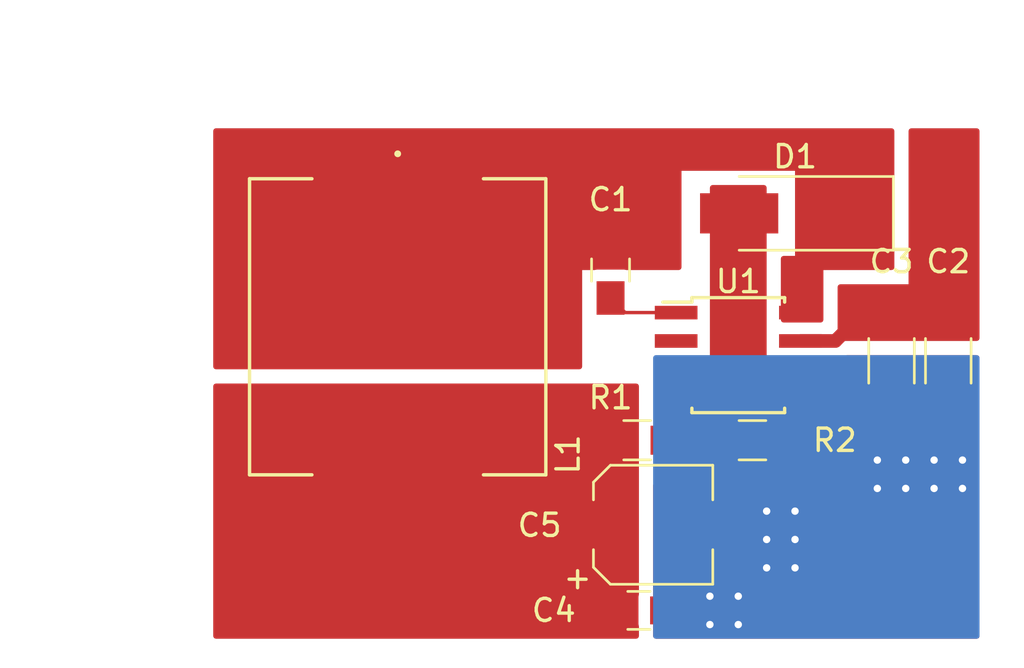
<source format=kicad_pcb>
(kicad_pcb (version 4) (host pcbnew 4.0.3-stable)

  (general
    (links 39)
    (no_connects 0)
    (area 133.35 83.025 192 121.920001)
    (thickness 1.6)
    (drawings 2)
    (tracks 10)
    (zones 0)
    (modules 28)
    (nets 10)
  )

  (page A4)
  (layers
    (0 F.Cu signal)
    (31 B.Cu signal)
    (32 B.Adhes user)
    (33 F.Adhes user)
    (34 B.Paste user)
    (35 F.Paste user)
    (36 B.SilkS user)
    (37 F.SilkS user)
    (38 B.Mask user)
    (39 F.Mask user)
    (40 Dwgs.User user)
    (41 Cmts.User user)
    (42 Eco1.User user)
    (43 Eco2.User user)
    (44 Edge.Cuts user)
    (45 Margin user)
    (46 B.CrtYd user)
    (47 F.CrtYd user)
    (48 B.Fab user)
    (49 F.Fab user)
  )

  (setup
    (last_trace_width 0.1524)
    (trace_clearance 0.1524)
    (zone_clearance 0.508)
    (zone_45_only no)
    (trace_min 0.1524)
    (segment_width 0.2)
    (edge_width 0.15)
    (via_size 0.6858)
    (via_drill 0.3302)
    (via_min_size 0.6858)
    (via_min_drill 0.3302)
    (uvia_size 0.762)
    (uvia_drill 0.508)
    (uvias_allowed no)
    (uvia_min_size 0)
    (uvia_min_drill 0)
    (pcb_text_width 0.3)
    (pcb_text_size 1.5 1.5)
    (mod_edge_width 0.15)
    (mod_text_size 1 1)
    (mod_text_width 0.15)
    (pad_size 3.9878 7.0104)
    (pad_drill 0)
    (pad_to_mask_clearance 0.2)
    (aux_axis_origin 0 0)
    (visible_elements 7FFFFFFF)
    (pcbplotparams
      (layerselection 0x00030_80000001)
      (usegerberextensions false)
      (excludeedgelayer true)
      (linewidth 0.100000)
      (plotframeref false)
      (viasonmask false)
      (mode 1)
      (useauxorigin false)
      (hpglpennumber 1)
      (hpglpenspeed 20)
      (hpglpendiameter 15)
      (hpglpenoverlay 2)
      (psnegative false)
      (psa4output false)
      (plotreference true)
      (plotvalue true)
      (plotinvisibletext false)
      (padsonsilk false)
      (subtractmaskfromsilk false)
      (outputformat 1)
      (mirror false)
      (drillshape 1)
      (scaleselection 1)
      (outputdirectory ""))
  )

  (net 0 "")
  (net 1 "Net-(C1-Pad1)")
  (net 2 +BATT)
  (net 3 GND)
  (net 4 +5V)
  (net 5 "Net-(R1-Pad2)")
  (net 6 "Net-(U1-Pad2)")
  (net 7 "Net-(U1-Pad3)")
  (net 8 "Net-(U1-Pad5)")
  (net 9 /PH)

  (net_class Default "This is the default net class."
    (clearance 0.1524)
    (trace_width 0.1524)
    (via_dia 0.6858)
    (via_drill 0.3302)
    (uvia_dia 0.762)
    (uvia_drill 0.508)
    (add_net /PH)
    (add_net "Net-(C1-Pad1)")
    (add_net "Net-(R1-Pad2)")
    (add_net "Net-(U1-Pad2)")
    (add_net "Net-(U1-Pad3)")
    (add_net "Net-(U1-Pad5)")
  )

  (net_class PWR ""
    (clearance 0.1524)
    (trace_width 0.6096)
    (via_dia 0.6858)
    (via_drill 0.3302)
    (uvia_dia 0.762)
    (uvia_drill 0.508)
    (add_net +5V)
    (add_net +BATT)
    (add_net GND)
  )

  (module footprints:SRR1208-220ML (layer F.Cu) (tedit 59BD93F2) (tstamp 59BCAA79)
    (at 143.51 97.79 270)
    (path /59BCA171)
    (fp_text reference L1 (at 5.715 -7.62 270) (layer F.SilkS)
      (effects (font (size 1 1) (thickness 0.15)))
    )
    (fp_text value 22uH (at 0 0 270) (layer F.SilkS) hide
      (effects (font (size 1 1) (thickness 0.15)))
    )
    (fp_text user "Copyright 2016 Accelerated Designs. All rights reserved." (at 0 0 270) (layer Cmts.User) hide
      (effects (font (size 0.127 0.127) (thickness 0.002)))
    )
    (fp_line (start -6.6294 6.6294) (end 6.6294 6.6294) (layer F.SilkS) (width 0.1524))
    (fp_line (start 6.6294 6.6294) (end 6.6294 3.83794) (layer F.SilkS) (width 0.1524))
    (fp_line (start 6.6294 -6.6294) (end -6.6294 -6.6294) (layer F.SilkS) (width 0.1524))
    (fp_line (start -6.6294 -6.6294) (end -6.6294 -3.83794) (layer F.SilkS) (width 0.1524))
    (fp_line (start -6.5024 6.5024) (end 6.5024 6.5024) (layer Dwgs.User) (width 0.1524))
    (fp_line (start 6.5024 6.5024) (end 6.5024 -6.5024) (layer Dwgs.User) (width 0.1524))
    (fp_line (start 6.5024 -6.5024) (end -6.5024 -6.5024) (layer Dwgs.User) (width 0.1524))
    (fp_line (start -6.5024 -6.5024) (end -6.5024 6.5024) (layer Dwgs.User) (width 0.1524))
    (fp_line (start -6.6294 3.83794) (end -6.6294 6.6294) (layer F.SilkS) (width 0.1524))
    (fp_line (start 6.6294 -3.83794) (end 6.6294 -6.6294) (layer F.SilkS) (width 0.1524))
    (fp_circle (center -6.4262 0) (end -6.35 0) (layer Dwgs.User) (width 0.1524))
    (fp_circle (center -7.747 0) (end -7.6708 0) (layer F.SilkS) (width 0.1524))
    (pad 1 smd rect (at -4.9911 0 270) (size 3.9878 7.0104) (layers F.Cu F.Paste F.Mask)
      (net 9 /PH) (zone_connect 2))
    (pad 2 smd rect (at 4.9911 0 270) (size 3.9878 7.0104) (layers F.Cu F.Paste F.Mask)
      (net 4 +5V) (zone_connect 2))
  )

  (module Capacitors_SMD:C_0805_HandSoldering (layer F.Cu) (tedit 59BCBAFA) (tstamp 59BCAA49)
    (at 153.035 95.25 90)
    (descr "Capacitor SMD 0805, hand soldering")
    (tags "capacitor 0805")
    (path /59BCA3E0)
    (attr smd)
    (fp_text reference C1 (at 3.155 0 180) (layer F.SilkS)
      (effects (font (size 1 1) (thickness 0.15)))
    )
    (fp_text value 10nF (at 1.25 1.75 90) (layer F.Fab)
      (effects (font (size 1 1) (thickness 0.15)))
    )
    (fp_text user %R (at 0 -1.75 90) (layer F.Fab)
      (effects (font (size 1 1) (thickness 0.15)))
    )
    (fp_line (start -1 0.62) (end -1 -0.62) (layer F.Fab) (width 0.1))
    (fp_line (start 1 0.62) (end -1 0.62) (layer F.Fab) (width 0.1))
    (fp_line (start 1 -0.62) (end 1 0.62) (layer F.Fab) (width 0.1))
    (fp_line (start -1 -0.62) (end 1 -0.62) (layer F.Fab) (width 0.1))
    (fp_line (start 0.5 -0.85) (end -0.5 -0.85) (layer F.SilkS) (width 0.12))
    (fp_line (start -0.5 0.85) (end 0.5 0.85) (layer F.SilkS) (width 0.12))
    (fp_line (start -2.25 -0.88) (end 2.25 -0.88) (layer F.CrtYd) (width 0.05))
    (fp_line (start -2.25 -0.88) (end -2.25 0.87) (layer F.CrtYd) (width 0.05))
    (fp_line (start 2.25 0.87) (end 2.25 -0.88) (layer F.CrtYd) (width 0.05))
    (fp_line (start 2.25 0.87) (end -2.25 0.87) (layer F.CrtYd) (width 0.05))
    (pad 1 smd rect (at -1.25 0 90) (size 1.5 1.25) (layers F.Cu F.Paste F.Mask)
      (net 1 "Net-(C1-Pad1)"))
    (pad 2 smd rect (at 1.25 0 90) (size 1.5 1.25) (layers F.Cu F.Paste F.Mask)
      (net 9 /PH) (zone_connect 2))
    (model Capacitors_SMD.3dshapes/C_0805.wrl
      (at (xyz 0 0 0))
      (scale (xyz 1 1 1))
      (rotate (xyz 0 0 0))
    )
  )

  (module Capacitors_SMD:C_1206_HandSoldering (layer F.Cu) (tedit 59BCB9B6) (tstamp 59BCAA4F)
    (at 168.148 99.314 270)
    (descr "Capacitor SMD 1206, hand soldering")
    (tags "capacitor 1206")
    (path /59BCA35D)
    (attr smd)
    (fp_text reference C2 (at -4.445 0 360) (layer F.SilkS)
      (effects (font (size 1 1) (thickness 0.15)))
    )
    (fp_text value 4.7uF (at 0 -2.54 270) (layer F.Fab)
      (effects (font (size 1 1) (thickness 0.15)))
    )
    (fp_text user %R (at 0 -1.75 270) (layer F.Fab) hide
      (effects (font (size 1 1) (thickness 0.15)))
    )
    (fp_line (start -1.6 0.8) (end -1.6 -0.8) (layer F.Fab) (width 0.1))
    (fp_line (start 1.6 0.8) (end -1.6 0.8) (layer F.Fab) (width 0.1))
    (fp_line (start 1.6 -0.8) (end 1.6 0.8) (layer F.Fab) (width 0.1))
    (fp_line (start -1.6 -0.8) (end 1.6 -0.8) (layer F.Fab) (width 0.1))
    (fp_line (start 1 -1.02) (end -1 -1.02) (layer F.SilkS) (width 0.12))
    (fp_line (start -1 1.02) (end 1 1.02) (layer F.SilkS) (width 0.12))
    (fp_line (start -3.25 -1.05) (end 3.25 -1.05) (layer F.CrtYd) (width 0.05))
    (fp_line (start -3.25 -1.05) (end -3.25 1.05) (layer F.CrtYd) (width 0.05))
    (fp_line (start 3.25 1.05) (end 3.25 -1.05) (layer F.CrtYd) (width 0.05))
    (fp_line (start 3.25 1.05) (end -3.25 1.05) (layer F.CrtYd) (width 0.05))
    (pad 1 smd rect (at -2 0 270) (size 2 1.6) (layers F.Cu F.Paste F.Mask)
      (net 2 +BATT) (zone_connect 2))
    (pad 2 smd rect (at 2 0 270) (size 2 1.6) (layers F.Cu F.Paste F.Mask)
      (net 3 GND) (zone_connect 2))
    (model Capacitors_SMD.3dshapes/C_1206.wrl
      (at (xyz 0 0 0))
      (scale (xyz 1 1 1))
      (rotate (xyz 0 0 0))
    )
  )

  (module Capacitors_SMD:C_1206_HandSoldering (layer F.Cu) (tedit 59BCB9B1) (tstamp 59BCAA55)
    (at 165.608 99.314 270)
    (descr "Capacitor SMD 1206, hand soldering")
    (tags "capacitor 1206")
    (path /59BCA32F)
    (attr smd)
    (fp_text reference C3 (at -4.445 0 360) (layer F.SilkS)
      (effects (font (size 1 1) (thickness 0.15)))
    )
    (fp_text value 4.7uF (at 0 2 270) (layer F.Fab)
      (effects (font (size 1 1) (thickness 0.15)))
    )
    (fp_text user %R (at 0 -1.75 270) (layer F.Fab) hide
      (effects (font (size 1 1) (thickness 0.15)))
    )
    (fp_line (start -1.6 0.8) (end -1.6 -0.8) (layer F.Fab) (width 0.1))
    (fp_line (start 1.6 0.8) (end -1.6 0.8) (layer F.Fab) (width 0.1))
    (fp_line (start 1.6 -0.8) (end 1.6 0.8) (layer F.Fab) (width 0.1))
    (fp_line (start -1.6 -0.8) (end 1.6 -0.8) (layer F.Fab) (width 0.1))
    (fp_line (start 1 -1.02) (end -1 -1.02) (layer F.SilkS) (width 0.12))
    (fp_line (start -1 1.02) (end 1 1.02) (layer F.SilkS) (width 0.12))
    (fp_line (start -3.25 -1.05) (end 3.25 -1.05) (layer F.CrtYd) (width 0.05))
    (fp_line (start -3.25 -1.05) (end -3.25 1.05) (layer F.CrtYd) (width 0.05))
    (fp_line (start 3.25 1.05) (end 3.25 -1.05) (layer F.CrtYd) (width 0.05))
    (fp_line (start 3.25 1.05) (end -3.25 1.05) (layer F.CrtYd) (width 0.05))
    (pad 1 smd rect (at -2 0 270) (size 2 1.6) (layers F.Cu F.Paste F.Mask)
      (net 2 +BATT) (zone_connect 2))
    (pad 2 smd rect (at 2 0 270) (size 2 1.6) (layers F.Cu F.Paste F.Mask)
      (net 3 GND) (zone_connect 2))
    (model Capacitors_SMD.3dshapes/C_1206.wrl
      (at (xyz 0 0 0))
      (scale (xyz 1 1 1))
      (rotate (xyz 0 0 0))
    )
  )

  (module Capacitors_SMD:C_0805_HandSoldering (layer F.Cu) (tedit 59BCBAC0) (tstamp 59BCAA5B)
    (at 154.305 110.49)
    (descr "Capacitor SMD 0805, hand soldering")
    (tags "capacitor 0805")
    (path /59BCA2E3)
    (attr smd)
    (fp_text reference C4 (at -3.81 0) (layer F.SilkS)
      (effects (font (size 1 1) (thickness 0.15)))
    )
    (fp_text value 100nF (at 0 1.75) (layer F.Fab)
      (effects (font (size 1 1) (thickness 0.15)))
    )
    (fp_text user %R (at 0 -1.75) (layer F.Fab) hide
      (effects (font (size 1 1) (thickness 0.15)))
    )
    (fp_line (start -1 0.62) (end -1 -0.62) (layer F.Fab) (width 0.1))
    (fp_line (start 1 0.62) (end -1 0.62) (layer F.Fab) (width 0.1))
    (fp_line (start 1 -0.62) (end 1 0.62) (layer F.Fab) (width 0.1))
    (fp_line (start -1 -0.62) (end 1 -0.62) (layer F.Fab) (width 0.1))
    (fp_line (start 0.5 -0.85) (end -0.5 -0.85) (layer F.SilkS) (width 0.12))
    (fp_line (start -0.5 0.85) (end 0.5 0.85) (layer F.SilkS) (width 0.12))
    (fp_line (start -2.25 -0.88) (end 2.25 -0.88) (layer F.CrtYd) (width 0.05))
    (fp_line (start -2.25 -0.88) (end -2.25 0.87) (layer F.CrtYd) (width 0.05))
    (fp_line (start 2.25 0.87) (end 2.25 -0.88) (layer F.CrtYd) (width 0.05))
    (fp_line (start 2.25 0.87) (end -2.25 0.87) (layer F.CrtYd) (width 0.05))
    (pad 1 smd rect (at -1.25 0) (size 1.5 1.25) (layers F.Cu F.Paste F.Mask)
      (net 4 +5V) (zone_connect 2))
    (pad 2 smd rect (at 1.25 0) (size 1.5 1.25) (layers F.Cu F.Paste F.Mask)
      (net 3 GND) (zone_connect 2))
    (model Capacitors_SMD.3dshapes/C_0805.wrl
      (at (xyz 0 0 0))
      (scale (xyz 1 1 1))
      (rotate (xyz 0 0 0))
    )
  )

  (module Capacitors_SMD:CP_Elec_5x5.3 (layer F.Cu) (tedit 59BCBAD8) (tstamp 59BCAA61)
    (at 154.94 106.68)
    (descr "SMT capacitor, aluminium electrolytic, 5x5.3")
    (path /59BCA249)
    (attr smd)
    (fp_text reference C5 (at -5.08 0) (layer F.SilkS)
      (effects (font (size 1 1) (thickness 0.15)))
    )
    (fp_text value 220uF (at 0 -3.92) (layer F.Fab)
      (effects (font (size 1 1) (thickness 0.15)))
    )
    (fp_circle (center 0 0) (end 0.3 2.4) (layer F.Fab) (width 0.1))
    (fp_text user + (at -1.37 -0.08) (layer F.Fab)
      (effects (font (size 1 1) (thickness 0.15)))
    )
    (fp_text user + (at -3.38 2.34) (layer F.SilkS)
      (effects (font (size 1 1) (thickness 0.15)))
    )
    (fp_text user %R (at 0 3.92) (layer F.Fab) hide
      (effects (font (size 1 1) (thickness 0.15)))
    )
    (fp_line (start 2.51 2.49) (end 2.51 -2.54) (layer F.Fab) (width 0.1))
    (fp_line (start -1.84 2.49) (end 2.51 2.49) (layer F.Fab) (width 0.1))
    (fp_line (start -2.51 1.82) (end -1.84 2.49) (layer F.Fab) (width 0.1))
    (fp_line (start -2.51 -1.87) (end -2.51 1.82) (layer F.Fab) (width 0.1))
    (fp_line (start -1.84 -2.54) (end -2.51 -1.87) (layer F.Fab) (width 0.1))
    (fp_line (start 2.51 -2.54) (end -1.84 -2.54) (layer F.Fab) (width 0.1))
    (fp_line (start 2.67 -2.69) (end 2.67 -1.14) (layer F.SilkS) (width 0.12))
    (fp_line (start 2.67 2.64) (end 2.67 1.09) (layer F.SilkS) (width 0.12))
    (fp_line (start -2.67 1.88) (end -2.67 1.09) (layer F.SilkS) (width 0.12))
    (fp_line (start -2.67 -1.93) (end -2.67 -1.14) (layer F.SilkS) (width 0.12))
    (fp_line (start 2.67 -2.69) (end -1.91 -2.69) (layer F.SilkS) (width 0.12))
    (fp_line (start -1.91 -2.69) (end -2.67 -1.93) (layer F.SilkS) (width 0.12))
    (fp_line (start -2.67 1.88) (end -1.91 2.64) (layer F.SilkS) (width 0.12))
    (fp_line (start -1.91 2.64) (end 2.67 2.64) (layer F.SilkS) (width 0.12))
    (fp_line (start -3.95 -2.79) (end 3.95 -2.79) (layer F.CrtYd) (width 0.05))
    (fp_line (start -3.95 -2.79) (end -3.95 2.74) (layer F.CrtYd) (width 0.05))
    (fp_line (start 3.95 2.74) (end 3.95 -2.79) (layer F.CrtYd) (width 0.05))
    (fp_line (start 3.95 2.74) (end -3.95 2.74) (layer F.CrtYd) (width 0.05))
    (pad 1 smd rect (at -2.2 0 180) (size 3 1.6) (layers F.Cu F.Paste F.Mask)
      (net 4 +5V) (zone_connect 2))
    (pad 2 smd rect (at 2.2 0 180) (size 3 1.6) (layers F.Cu F.Paste F.Mask)
      (net 3 GND) (zone_connect 2))
    (model Capacitors_SMD.3dshapes/CP_Elec_5x5.3.wrl
      (at (xyz 0 0 0))
      (scale (xyz 1 1 1))
      (rotate (xyz 0 0 180))
    )
  )

  (module Diodes_SMD:D_SMA_Handsoldering (layer F.Cu) (tedit 59BCB98C) (tstamp 59BCAA67)
    (at 161.29 92.71 180)
    (descr "Diode SMA (DO-214AC) Handsoldering")
    (tags "Diode SMA (DO-214AC) Handsoldering")
    (path /59BCA1CC)
    (attr smd)
    (fp_text reference D1 (at 0 2.54 180) (layer F.SilkS)
      (effects (font (size 1 1) (thickness 0.15)))
    )
    (fp_text value STPS5L60U (at 0 2.6 180) (layer F.Fab) hide
      (effects (font (size 1 1) (thickness 0.15)))
    )
    (fp_text user %R (at 0 -2.5 180) (layer F.Fab)
      (effects (font (size 1 1) (thickness 0.15)))
    )
    (fp_line (start -4.4 -1.65) (end -4.4 1.65) (layer F.SilkS) (width 0.12))
    (fp_line (start 2.3 1.5) (end -2.3 1.5) (layer F.Fab) (width 0.1))
    (fp_line (start -2.3 1.5) (end -2.3 -1.5) (layer F.Fab) (width 0.1))
    (fp_line (start 2.3 -1.5) (end 2.3 1.5) (layer F.Fab) (width 0.1))
    (fp_line (start 2.3 -1.5) (end -2.3 -1.5) (layer F.Fab) (width 0.1))
    (fp_line (start -4.5 -1.75) (end 4.5 -1.75) (layer F.CrtYd) (width 0.05))
    (fp_line (start 4.5 -1.75) (end 4.5 1.75) (layer F.CrtYd) (width 0.05))
    (fp_line (start 4.5 1.75) (end -4.5 1.75) (layer F.CrtYd) (width 0.05))
    (fp_line (start -4.5 1.75) (end -4.5 -1.75) (layer F.CrtYd) (width 0.05))
    (fp_line (start -0.64944 0.00102) (end -1.55114 0.00102) (layer F.Fab) (width 0.1))
    (fp_line (start 0.50118 0.00102) (end 1.4994 0.00102) (layer F.Fab) (width 0.1))
    (fp_line (start -0.64944 -0.79908) (end -0.64944 0.80112) (layer F.Fab) (width 0.1))
    (fp_line (start 0.50118 0.75032) (end 0.50118 -0.79908) (layer F.Fab) (width 0.1))
    (fp_line (start -0.64944 0.00102) (end 0.50118 0.75032) (layer F.Fab) (width 0.1))
    (fp_line (start -0.64944 0.00102) (end 0.50118 -0.79908) (layer F.Fab) (width 0.1))
    (fp_line (start -4.4 1.65) (end 2.5 1.65) (layer F.SilkS) (width 0.12))
    (fp_line (start -4.4 -1.65) (end 2.5 -1.65) (layer F.SilkS) (width 0.12))
    (pad 1 smd rect (at -2.5 0 180) (size 3.5 1.8) (layers F.Cu F.Paste F.Mask)
      (net 9 /PH) (zone_connect 2))
    (pad 2 smd rect (at 2.5 0 180) (size 3.5 1.8) (layers F.Cu F.Paste F.Mask)
      (net 3 GND) (zone_connect 2))
    (model ${KISYS3DMOD}/Diodes_SMD.3dshapes/D_SMA.wrl
      (at (xyz 0 0 0))
      (scale (xyz 1 1 1))
      (rotate (xyz 0 0 0))
    )
  )

  (module Resistors_SMD:R_0805_HandSoldering (layer F.Cu) (tedit 59BCBB7F) (tstamp 59BCAA8B)
    (at 154.225 102.87)
    (descr "Resistor SMD 0805, hand soldering")
    (tags "resistor 0805")
    (path /59BCA4EE)
    (attr smd)
    (fp_text reference R1 (at -1.19 -1.905) (layer F.SilkS)
      (effects (font (size 1 1) (thickness 0.15)))
    )
    (fp_text value 30.9K±0.1% (at 0 1.75) (layer F.Fab) hide
      (effects (font (size 1 1) (thickness 0.15)))
    )
    (fp_text user %R (at 0 0) (layer F.Fab)
      (effects (font (size 0.5 0.5) (thickness 0.075)))
    )
    (fp_line (start -1 0.62) (end -1 -0.62) (layer F.Fab) (width 0.1))
    (fp_line (start 1 0.62) (end -1 0.62) (layer F.Fab) (width 0.1))
    (fp_line (start 1 -0.62) (end 1 0.62) (layer F.Fab) (width 0.1))
    (fp_line (start -1 -0.62) (end 1 -0.62) (layer F.Fab) (width 0.1))
    (fp_line (start 0.6 0.88) (end -0.6 0.88) (layer F.SilkS) (width 0.12))
    (fp_line (start -0.6 -0.88) (end 0.6 -0.88) (layer F.SilkS) (width 0.12))
    (fp_line (start -2.35 -0.9) (end 2.35 -0.9) (layer F.CrtYd) (width 0.05))
    (fp_line (start -2.35 -0.9) (end -2.35 0.9) (layer F.CrtYd) (width 0.05))
    (fp_line (start 2.35 0.9) (end 2.35 -0.9) (layer F.CrtYd) (width 0.05))
    (fp_line (start 2.35 0.9) (end -2.35 0.9) (layer F.CrtYd) (width 0.05))
    (pad 1 smd rect (at -1.35 0) (size 1.5 1.3) (layers F.Cu F.Paste F.Mask)
      (net 4 +5V) (zone_connect 2))
    (pad 2 smd rect (at 1.35 0) (size 1.5 1.3) (layers F.Cu F.Paste F.Mask)
      (net 5 "Net-(R1-Pad2)"))
    (model ${KISYS3DMOD}/Resistors_SMD.3dshapes/R_0805.wrl
      (at (xyz 0 0 0))
      (scale (xyz 1 1 1))
      (rotate (xyz 0 0 0))
    )
  )

  (module Resistors_SMD:R_0805_HandSoldering (layer F.Cu) (tedit 59BCBC09) (tstamp 59BCAA91)
    (at 159.385 102.87)
    (descr "Resistor SMD 0805, hand soldering")
    (tags "resistor 0805")
    (path /59BCA482)
    (attr smd)
    (fp_text reference R2 (at 3.683 0) (layer F.SilkS)
      (effects (font (size 1 1) (thickness 0.15)))
    )
    (fp_text value 10K±0.1% (at 0 1.75) (layer F.Fab) hide
      (effects (font (size 1 1) (thickness 0.15)))
    )
    (fp_text user %R (at 0 0) (layer F.Fab)
      (effects (font (size 0.5 0.5) (thickness 0.075)))
    )
    (fp_line (start -1 0.62) (end -1 -0.62) (layer F.Fab) (width 0.1))
    (fp_line (start 1 0.62) (end -1 0.62) (layer F.Fab) (width 0.1))
    (fp_line (start 1 -0.62) (end 1 0.62) (layer F.Fab) (width 0.1))
    (fp_line (start -1 -0.62) (end 1 -0.62) (layer F.Fab) (width 0.1))
    (fp_line (start 0.6 0.88) (end -0.6 0.88) (layer F.SilkS) (width 0.12))
    (fp_line (start -0.6 -0.88) (end 0.6 -0.88) (layer F.SilkS) (width 0.12))
    (fp_line (start -2.35 -0.9) (end 2.35 -0.9) (layer F.CrtYd) (width 0.05))
    (fp_line (start -2.35 -0.9) (end -2.35 0.9) (layer F.CrtYd) (width 0.05))
    (fp_line (start 2.35 0.9) (end 2.35 -0.9) (layer F.CrtYd) (width 0.05))
    (fp_line (start 2.35 0.9) (end -2.35 0.9) (layer F.CrtYd) (width 0.05))
    (pad 1 smd rect (at -1.35 0) (size 1.5 1.3) (layers F.Cu F.Paste F.Mask)
      (net 5 "Net-(R1-Pad2)"))
    (pad 2 smd rect (at 1.35 0) (size 1.5 1.3) (layers F.Cu F.Paste F.Mask)
      (net 3 GND) (zone_connect 2))
    (model ${KISYS3DMOD}/Resistors_SMD.3dshapes/R_0805.wrl
      (at (xyz 0 0 0))
      (scale (xyz 1 1 1))
      (rotate (xyz 0 0 0))
    )
  )

  (module Housings_SOIC:TI_SO-PowerPAD-8 (layer F.Cu) (tedit 59BCC8AB) (tstamp 59BCAAAD)
    (at 158.75 99.06)
    (descr "8-Lead Plastic PSOP, Exposed Die Pad (TI DDA0008B, see http://www.ti.com/lit/ds/symlink/lm3404.pdf)")
    (tags "SSOP 0.50 exposed pad")
    (path /59BCE361)
    (attr smd)
    (fp_text reference U1 (at 0 -3.3) (layer F.SilkS)
      (effects (font (size 1 1) (thickness 0.15)))
    )
    (fp_text value TPS5430 (at 0 3.4) (layer F.Fab)
      (effects (font (size 1 1) (thickness 0.15)))
    )
    (fp_line (start -0.95 -2.45) (end 1.95 -2.45) (layer F.Fab) (width 0.15))
    (fp_line (start 1.95 -2.45) (end 1.95 2.45) (layer F.Fab) (width 0.15))
    (fp_line (start 1.95 2.45) (end -1.95 2.45) (layer F.Fab) (width 0.15))
    (fp_line (start -1.95 2.45) (end -1.95 -1.45) (layer F.Fab) (width 0.15))
    (fp_line (start -1.95 -1.45) (end -0.95 -2.45) (layer F.Fab) (width 0.15))
    (fp_line (start -4 -2.7) (end -4 2.7) (layer F.CrtYd) (width 0.05))
    (fp_line (start 4 -2.7) (end 4 2.7) (layer F.CrtYd) (width 0.05))
    (fp_line (start -4 -2.7) (end 4 -2.7) (layer F.CrtYd) (width 0.05))
    (fp_line (start -4 2.7) (end 4 2.7) (layer F.CrtYd) (width 0.05))
    (fp_line (start -2.075 -2.575) (end -2.075 -2.375) (layer F.SilkS) (width 0.15))
    (fp_line (start 2.075 -2.575) (end 2.075 -2.375) (layer F.SilkS) (width 0.15))
    (fp_line (start 2.075 2.575) (end 2.075 2.375) (layer F.SilkS) (width 0.15))
    (fp_line (start -2.075 2.575) (end -2.075 2.375) (layer F.SilkS) (width 0.15))
    (fp_line (start -2.075 -2.575) (end 2.075 -2.575) (layer F.SilkS) (width 0.15))
    (fp_line (start -2.075 2.575) (end 2.075 2.575) (layer F.SilkS) (width 0.15))
    (fp_line (start -2.075 -2.375) (end -3.375 -2.375) (layer F.SilkS) (width 0.15))
    (fp_text user %R (at 0 0) (layer F.Fab)
      (effects (font (size 1 1) (thickness 0.15)))
    )
    (pad 1 smd rect (at -2.78 -1.905) (size 1.91 0.61) (layers F.Cu F.Paste F.Mask)
      (net 1 "Net-(C1-Pad1)"))
    (pad 2 smd rect (at -2.78 -0.635) (size 1.91 0.61) (layers F.Cu F.Paste F.Mask)
      (net 6 "Net-(U1-Pad2)"))
    (pad 3 smd rect (at -2.78 0.635) (size 1.91 0.61) (layers F.Cu F.Paste F.Mask)
      (net 7 "Net-(U1-Pad3)"))
    (pad 4 smd rect (at -2.78 1.905) (size 1.91 0.61) (layers F.Cu F.Paste F.Mask)
      (net 5 "Net-(R1-Pad2)"))
    (pad 5 smd rect (at 2.78 1.905) (size 1.91 0.61) (layers F.Cu F.Paste F.Mask)
      (net 8 "Net-(U1-Pad5)"))
    (pad 6 smd rect (at 2.78 0.635) (size 1.91 0.61) (layers F.Cu F.Paste F.Mask)
      (net 3 GND))
    (pad 7 smd rect (at 2.78 -0.635) (size 1.91 0.61) (layers F.Cu F.Paste F.Mask)
      (net 2 +BATT))
    (pad 8 smd rect (at 2.78 -1.905) (size 1.91 0.61) (layers F.Cu F.Paste F.Mask)
      (net 9 /PH) (zone_connect 2))
    (pad 9 smd rect (at 0.6025 0.775) (size 1.205 1.55) (layers F.Cu F.Paste F.Mask)
      (net 3 GND) (solder_paste_margin_ratio -0.2) (zone_connect 2))
    (pad 9 smd rect (at 0.6025 -0.775) (size 1.205 1.55) (layers F.Cu F.Paste F.Mask)
      (net 3 GND) (solder_paste_margin_ratio -0.2) (zone_connect 2))
    (pad 9 smd rect (at -0.6025 0.775) (size 1.205 1.55) (layers F.Cu F.Paste F.Mask)
      (net 3 GND) (solder_paste_margin_ratio -0.2) (zone_connect 2))
    (pad 9 smd rect (at -0.6025 -0.775) (size 1.205 1.55) (layers F.Cu F.Paste F.Mask)
      (net 3 GND) (solder_paste_margin_ratio -0.2) (zone_connect 2))
    (model ${KISYS3DMOD}/Housings_SOIC.3dshapes/TI_SO-PowerPAD-8.wrl
      (at (xyz 0 0 0))
      (scale (xyz 1 1 1))
      (rotate (xyz 0 0 0))
    )
  )

  (module footprints:via-0.7mm (layer F.Cu) (tedit 59BCB768) (tstamp 59BCB682)
    (at 157.48 111.125)
    (fp_text reference REF** (at 0 1) (layer F.SilkS) hide
      (effects (font (size 1 1) (thickness 0.15)))
    )
    (fp_text value via-0.7mm (at 0 -1) (layer F.Fab) hide
      (effects (font (size 1 1) (thickness 0.15)))
    )
    (pad 1 thru_hole circle (at 0 0) (size 0.7 0.7) (drill 0.3302) (layers *.Cu)
      (net 3 GND) (zone_connect 2))
  )

  (module footprints:via-0.7mm (layer F.Cu) (tedit 59BCB756) (tstamp 59BCB687)
    (at 157.48 109.855)
    (fp_text reference REF** (at 0 1) (layer F.SilkS) hide
      (effects (font (size 1 1) (thickness 0.15)))
    )
    (fp_text value via-0.7mm (at 0 -1) (layer F.Fab) hide
      (effects (font (size 1 1) (thickness 0.15)))
    )
    (pad 1 thru_hole circle (at 0 0) (size 0.7 0.7) (drill 0.3302) (layers *.Cu)
      (net 3 GND) (zone_connect 2))
  )

  (module footprints:via-0.7mm (layer F.Cu) (tedit 59BCB74D) (tstamp 59BCB68C)
    (at 160.02 108.585)
    (fp_text reference REF** (at 0 1) (layer F.SilkS) hide
      (effects (font (size 1 1) (thickness 0.15)))
    )
    (fp_text value via-0.7mm (at 0 -1) (layer F.Fab) hide
      (effects (font (size 1 1) (thickness 0.15)))
    )
    (pad 1 thru_hole circle (at 0 0) (size 0.7 0.7) (drill 0.3302) (layers *.Cu)
      (net 3 GND) (zone_connect 2))
  )

  (module footprints:via-0.7mm (layer F.Cu) (tedit 59BCB744) (tstamp 59BCB691)
    (at 160.02 107.315)
    (fp_text reference REF** (at 0 1) (layer F.SilkS) hide
      (effects (font (size 1 1) (thickness 0.15)))
    )
    (fp_text value via-0.7mm (at 0 -1) (layer F.Fab) hide
      (effects (font (size 1 1) (thickness 0.15)))
    )
    (pad 1 thru_hole circle (at 0 0) (size 0.7 0.7) (drill 0.3302) (layers *.Cu)
      (net 3 GND) (zone_connect 2))
  )

  (module footprints:via-0.7mm (layer F.Cu) (tedit 59BCB73A) (tstamp 59BCB696)
    (at 160.02 106.045)
    (fp_text reference REF** (at 0 1) (layer F.SilkS) hide
      (effects (font (size 1 1) (thickness 0.15)))
    )
    (fp_text value via-0.7mm (at 0 -1) (layer F.Fab) hide
      (effects (font (size 1 1) (thickness 0.15)))
    )
    (pad 1 thru_hole circle (at 0 0) (size 0.7 0.7) (drill 0.3302) (layers *.Cu)
      (net 3 GND) (zone_connect 2))
  )

  (module footprints:via-0.7mm (layer F.Cu) (tedit 59BCB6F2) (tstamp 59BCB69C)
    (at 164.973 103.759)
    (fp_text reference REF** (at 0 1) (layer F.SilkS) hide
      (effects (font (size 1 1) (thickness 0.15)))
    )
    (fp_text value via-0.7mm (at 0 -1) (layer F.Fab) hide
      (effects (font (size 1 1) (thickness 0.15)))
    )
    (pad 1 thru_hole circle (at 0 0) (size 0.7 0.7) (drill 0.3302) (layers *.Cu)
      (net 3 GND) (zone_connect 2))
  )

  (module footprints:via-0.7mm (layer F.Cu) (tedit 59BCB6FD) (tstamp 59BCB6A1)
    (at 166.243 103.759)
    (fp_text reference REF** (at 0 1) (layer F.SilkS) hide
      (effects (font (size 1 1) (thickness 0.15)))
    )
    (fp_text value via-0.7mm (at 0 -1) (layer F.Fab) hide
      (effects (font (size 1 1) (thickness 0.15)))
    )
    (pad 1 thru_hole circle (at 0 0) (size 0.7 0.7) (drill 0.3302) (layers *.Cu)
      (net 3 GND) (zone_connect 2))
  )

  (module footprints:via-0.7mm (layer F.Cu) (tedit 59BCB704) (tstamp 59BCB6A6)
    (at 167.513 103.759)
    (fp_text reference REF** (at 0 1) (layer F.SilkS) hide
      (effects (font (size 1 1) (thickness 0.15)))
    )
    (fp_text value via-0.7mm (at 0 -1) (layer F.Fab) hide
      (effects (font (size 1 1) (thickness 0.15)))
    )
    (pad 1 thru_hole circle (at 0 0) (size 0.7 0.7) (drill 0.3302) (layers *.Cu)
      (net 3 GND) (zone_connect 2))
  )

  (module footprints:via-0.7mm (layer F.Cu) (tedit 59BCB714) (tstamp 59BCB6AB)
    (at 168.783 103.759)
    (fp_text reference REF** (at 0 1) (layer F.SilkS) hide
      (effects (font (size 1 1) (thickness 0.15)))
    )
    (fp_text value via-0.7mm (at 0 -1) (layer F.Fab) hide
      (effects (font (size 1 1) (thickness 0.15)))
    )
    (pad 1 thru_hole circle (at 0 0) (size 0.7 0.7) (drill 0.3302) (layers *.Cu)
      (net 3 GND) (zone_connect 2))
  )

  (module footprints:via-0.7mm (layer F.Cu) (tedit 59BCB72C) (tstamp 59BCB6BF)
    (at 168.783 105.029)
    (fp_text reference REF** (at 0 1) (layer F.SilkS) hide
      (effects (font (size 1 1) (thickness 0.15)))
    )
    (fp_text value via-0.7mm (at 0 -1) (layer F.Fab) hide
      (effects (font (size 1 1) (thickness 0.15)))
    )
    (pad 1 thru_hole circle (at 0 0) (size 0.7 0.7) (drill 0.3302) (layers *.Cu)
      (net 3 GND) (zone_connect 2))
  )

  (module footprints:via-0.7mm (layer F.Cu) (tedit 59BCB725) (tstamp 59BCB6C4)
    (at 167.513 105.029)
    (fp_text reference REF** (at 0 1) (layer F.SilkS) hide
      (effects (font (size 1 1) (thickness 0.15)))
    )
    (fp_text value via-0.7mm (at 0 -1) (layer F.Fab) hide
      (effects (font (size 1 1) (thickness 0.15)))
    )
    (pad 1 thru_hole circle (at 0 0) (size 0.7 0.7) (drill 0.3302) (layers *.Cu)
      (net 3 GND) (zone_connect 2))
  )

  (module footprints:via-0.7mm (layer F.Cu) (tedit 59BCB720) (tstamp 59BCB6C9)
    (at 166.243 105.029)
    (fp_text reference REF** (at 0 1) (layer F.SilkS) hide
      (effects (font (size 1 1) (thickness 0.15)))
    )
    (fp_text value via-0.7mm (at 0 -1) (layer F.Fab) hide
      (effects (font (size 1 1) (thickness 0.15)))
    )
    (pad 1 thru_hole circle (at 0 0) (size 0.7 0.7) (drill 0.3302) (layers *.Cu)
      (net 3 GND) (zone_connect 2))
  )

  (module footprints:via-0.7mm (layer F.Cu) (tedit 59BCB71B) (tstamp 59BCB6CE)
    (at 164.973 105.029)
    (fp_text reference REF** (at 0 1) (layer F.SilkS) hide
      (effects (font (size 1 1) (thickness 0.15)))
    )
    (fp_text value via-0.7mm (at 0 -1) (layer F.Fab) hide
      (effects (font (size 1 1) (thickness 0.15)))
    )
    (pad 1 thru_hole circle (at 0 0) (size 0.7 0.7) (drill 0.3302) (layers *.Cu)
      (net 3 GND) (zone_connect 2))
  )

  (module footprints:via-0.7mm (layer F.Cu) (tedit 59BCB73F) (tstamp 59BCB6D3)
    (at 161.29 106.045)
    (fp_text reference REF** (at 0 1) (layer F.SilkS) hide
      (effects (font (size 1 1) (thickness 0.15)))
    )
    (fp_text value via-0.7mm (at 0 -1) (layer F.Fab) hide
      (effects (font (size 1 1) (thickness 0.15)))
    )
    (pad 1 thru_hole circle (at 0 0) (size 0.7 0.7) (drill 0.3302) (layers *.Cu)
      (net 3 GND) (zone_connect 2))
  )

  (module footprints:via-0.7mm (layer F.Cu) (tedit 59BCB749) (tstamp 59BCB6D8)
    (at 161.29 107.315)
    (fp_text reference REF** (at 0 1) (layer F.SilkS) hide
      (effects (font (size 1 1) (thickness 0.15)))
    )
    (fp_text value via-0.7mm (at 0 -1) (layer F.Fab) hide
      (effects (font (size 1 1) (thickness 0.15)))
    )
    (pad 1 thru_hole circle (at 0 0) (size 0.7 0.7) (drill 0.3302) (layers *.Cu)
      (net 3 GND) (zone_connect 2))
  )

  (module footprints:via-0.7mm (layer F.Cu) (tedit 59BCB751) (tstamp 59BCB6DD)
    (at 161.29 108.585)
    (fp_text reference REF** (at 0 1) (layer F.SilkS) hide
      (effects (font (size 1 1) (thickness 0.15)))
    )
    (fp_text value via-0.7mm (at 0 -1) (layer F.Fab) hide
      (effects (font (size 1 1) (thickness 0.15)))
    )
    (pad 1 thru_hole circle (at 0 0) (size 0.7 0.7) (drill 0.3302) (layers *.Cu)
      (net 3 GND) (zone_connect 2))
  )

  (module footprints:via-0.7mm (layer F.Cu) (tedit 59BCB764) (tstamp 59BCB6E2)
    (at 158.75 109.855)
    (fp_text reference REF** (at 0 1) (layer F.SilkS) hide
      (effects (font (size 1 1) (thickness 0.15)))
    )
    (fp_text value via-0.7mm (at 0 -1) (layer F.Fab) hide
      (effects (font (size 1 1) (thickness 0.15)))
    )
    (pad 1 thru_hole circle (at 0 0) (size 0.7 0.7) (drill 0.3302) (layers *.Cu)
      (net 3 GND) (zone_connect 2))
  )

  (module footprints:via-0.7mm (layer F.Cu) (tedit 59BCB76F) (tstamp 59BCB6E7)
    (at 158.75 111.125)
    (fp_text reference REF** (at 0 1) (layer F.SilkS) hide
      (effects (font (size 1 1) (thickness 0.15)))
    )
    (fp_text value via-0.7mm (at 0 -1) (layer F.Fab) hide
      (effects (font (size 1 1) (thickness 0.15)))
    )
    (pad 1 thru_hole circle (at 0 0) (size 0.7 0.7) (drill 0.3302) (layers *.Cu)
      (net 3 GND) (zone_connect 2))
  )

  (dimension 22.86 (width 0.3) (layer Eco1.User)
    (gr_text "22.860 mm" (at 132 100.33 270) (layer Eco1.User)
      (effects (font (size 1.5 1.5) (thickness 0.3)))
    )
    (feature1 (pts (xy 135.255 111.76) (xy 130.65 111.76)))
    (feature2 (pts (xy 135.255 88.9) (xy 130.65 88.9)))
    (crossbar (pts (xy 133.35 88.9) (xy 133.35 111.76)))
    (arrow1a (pts (xy 133.35 111.76) (xy 132.763579 110.633496)))
    (arrow1b (pts (xy 133.35 111.76) (xy 133.936421 110.633496)))
    (arrow2a (pts (xy 133.35 88.9) (xy 132.763579 90.026504)))
    (arrow2b (pts (xy 133.35 88.9) (xy 133.936421 90.026504)))
  )
  (dimension 34.29 (width 0.3) (layer Eco1.User)
    (gr_text "34.290 mm" (at 152.4 85.01) (layer Eco1.User)
      (effects (font (size 1.5 1.5) (thickness 0.3)))
    )
    (feature1 (pts (xy 169.545 88.9) (xy 169.545 83.66)))
    (feature2 (pts (xy 135.255 88.9) (xy 135.255 83.66)))
    (crossbar (pts (xy 135.255 86.36) (xy 169.545 86.36)))
    (arrow1a (pts (xy 169.545 86.36) (xy 168.418496 86.946421)))
    (arrow1b (pts (xy 169.545 86.36) (xy 168.418496 85.773579)))
    (arrow2a (pts (xy 135.255 86.36) (xy 136.381504 86.946421)))
    (arrow2b (pts (xy 135.255 86.36) (xy 136.381504 85.773579)))
  )

  (segment (start 155.97 97.155) (end 153.69 97.155) (width 0.1524) (layer F.Cu) (net 1))
  (segment (start 153.69 97.155) (end 153.035 96.5) (width 0.1524) (layer F.Cu) (net 1))
  (segment (start 161.53 98.425) (end 163.0946 98.425) (width 0.6096) (layer F.Cu) (net 2))
  (segment (start 163.0946 98.425) (end 163.7296 97.79) (width 0.6096) (layer F.Cu) (net 2))
  (segment (start 161.53 99.695) (end 159.4925 99.695) (width 0.6096) (layer F.Cu) (net 3))
  (segment (start 159.4925 99.695) (end 159.3525 99.835) (width 0.6096) (layer F.Cu) (net 3))
  (segment (start 155.97 100.965) (end 155.97 102.475) (width 0.1524) (layer F.Cu) (net 5))
  (segment (start 155.97 102.475) (end 155.575 102.87) (width 0.1524) (layer F.Cu) (net 5))
  (segment (start 158.035 102.87) (end 155.575 102.87) (width 0.1524) (layer F.Cu) (net 5))
  (segment (start 155.956 100.979) (end 155.97 100.965) (width 0.1524) (layer F.Cu) (net 5))

  (zone (net 3) (net_name GND) (layer B.Cu) (tstamp 0) (hatch edge 0.508)
    (connect_pads (clearance 0.508))
    (min_thickness 0.254)
    (fill yes (arc_segments 16) (thermal_gap 0.508) (thermal_bridge_width 0.508))
    (polygon
      (pts
        (xy 154.94 99.06) (xy 169.545 99.06) (xy 169.545 111.76) (xy 154.94 111.76)
      )
    )
    (filled_polygon
      (pts
        (xy 169.418 111.633) (xy 155.067 111.633) (xy 155.067 99.187) (xy 169.418 99.187)
      )
    )
  )
  (zone (net 3) (net_name GND) (layer F.Cu) (tstamp 0) (hatch edge 0.508)
    (connect_pads (clearance 0.508))
    (min_thickness 0.254)
    (fill yes (arc_segments 16) (thermal_gap 0.508) (thermal_bridge_width 0.508))
    (polygon
      (pts
        (xy 154.94 111.76) (xy 154.94 107.315) (xy 154.94 104.775) (xy 157.48 104.775) (xy 157.48 101.6)
        (xy 157.48 91.44) (xy 160.02 91.44) (xy 160.02 99.06) (xy 169.545 99.06) (xy 169.545 111.76)
      )
    )
    (filled_polygon
      (pts
        (xy 159.893 99.06) (xy 159.903006 99.10941) (xy 159.931447 99.151035) (xy 159.973841 99.178315) (xy 159.975253 99.178581)
        (xy 159.94 99.26369) (xy 159.94 99.40925) (xy 160.09875 99.568) (xy 161.403 99.568) (xy 161.403 99.548)
        (xy 161.657 99.548) (xy 161.657 99.568) (xy 162.96125 99.568) (xy 163.12 99.40925) (xy 163.12 99.359748)
        (xy 163.454246 99.293262) (xy 163.613278 99.187) (xy 169.418 99.187) (xy 169.418 111.633) (xy 155.067 111.633)
        (xy 155.067 104.902) (xy 157.48 104.902) (xy 157.52941 104.891994) (xy 157.571035 104.863553) (xy 157.598315 104.821159)
        (xy 157.607 104.775) (xy 157.607 104.16744) (xy 158.785 104.16744) (xy 159.020317 104.123162) (xy 159.236441 103.98409)
        (xy 159.381431 103.77189) (xy 159.43244 103.52) (xy 159.43244 102.22) (xy 159.388162 101.984683) (xy 159.24909 101.768559)
        (xy 159.03689 101.623569) (xy 158.785 101.57256) (xy 157.607 101.57256) (xy 157.607 100.66) (xy 159.92756 100.66)
        (xy 159.92756 101.27) (xy 159.971838 101.505317) (xy 160.11091 101.721441) (xy 160.32311 101.866431) (xy 160.575 101.91744)
        (xy 162.485 101.91744) (xy 162.720317 101.873162) (xy 162.936441 101.73409) (xy 163.081431 101.52189) (xy 163.13244 101.27)
        (xy 163.13244 100.66) (xy 163.088162 100.424683) (xy 163.032342 100.337936) (xy 163.12 100.12631) (xy 163.12 99.98075)
        (xy 162.96125 99.822) (xy 161.657 99.822) (xy 161.657 99.842) (xy 161.403 99.842) (xy 161.403 99.822)
        (xy 160.09875 99.822) (xy 159.94 99.98075) (xy 159.94 100.12631) (xy 160.027228 100.336896) (xy 159.978569 100.40811)
        (xy 159.92756 100.66) (xy 157.607 100.66) (xy 157.607 91.567) (xy 159.893 91.567)
      )
    )
  )
  (zone (net 2) (net_name +BATT) (layer F.Cu) (tstamp 0) (hatch edge 0.508)
    (connect_pads (clearance 0.508))
    (min_thickness 0.254)
    (fill yes (arc_segments 16) (thermal_gap 0.508) (thermal_bridge_width 0.508))
    (polygon
      (pts
        (xy 169.545 98.425) (xy 163.195 98.425) (xy 163.195 95.885) (xy 166.37 95.885) (xy 166.37 88.9)
        (xy 169.545 88.9) (xy 169.545 90.805)
      )
    )
    (filled_polygon
      (pts
        (xy 169.418 98.298) (xy 163.322 98.298) (xy 163.322 96.012) (xy 166.37 96.012) (xy 166.41941 96.001994)
        (xy 166.461035 95.973553) (xy 166.488315 95.931159) (xy 166.497 95.885) (xy 166.497 89.027) (xy 169.418 89.027)
      )
    )
  )
  (zone (net 9) (net_name /PH) (layer F.Cu) (tstamp 0) (hatch edge 0.508)
    (connect_pads (clearance 0.508))
    (min_thickness 0.254)
    (fill yes (arc_segments 16) (thermal_gap 0.508) (thermal_bridge_width 0.508))
    (polygon
      (pts
        (xy 160.655 97.79) (xy 162.56 97.79) (xy 162.56 95.25) (xy 165.735 95.25) (xy 165.735 90.805)
        (xy 165.735 88.9) (xy 135.255 88.9) (xy 135.255 99.695) (xy 151.765 99.695) (xy 151.765 95.25)
        (xy 156.21 95.25) (xy 156.21 90.805) (xy 161.29 90.805) (xy 161.29 94.615) (xy 160.655 94.615)
      )
    )
    (filled_polygon
      (pts
        (xy 165.608 95.123) (xy 162.56 95.123) (xy 162.51059 95.133006) (xy 162.468965 95.161447) (xy 162.441685 95.203841)
        (xy 162.433 95.25) (xy 162.433 97.47256) (xy 160.782 97.47256) (xy 160.782 94.742) (xy 161.29 94.742)
        (xy 161.33941 94.731994) (xy 161.381035 94.703553) (xy 161.408315 94.661159) (xy 161.417 94.615) (xy 161.417 90.805)
        (xy 161.406994 90.75559) (xy 161.378553 90.713965) (xy 161.336159 90.686685) (xy 161.29 90.678) (xy 156.21 90.678)
        (xy 156.16059 90.688006) (xy 156.118965 90.716447) (xy 156.091685 90.758841) (xy 156.083 90.805) (xy 156.083 95.123)
        (xy 153.760936 95.123) (xy 153.66 95.10256) (xy 152.41 95.10256) (xy 152.301371 95.123) (xy 151.765 95.123)
        (xy 151.71559 95.133006) (xy 151.673965 95.161447) (xy 151.646685 95.203841) (xy 151.638 95.25) (xy 151.638 99.568)
        (xy 135.382 99.568) (xy 135.382 89.027) (xy 165.608 89.027)
      )
    )
  )
  (zone (net 4) (net_name +5V) (layer F.Cu) (tstamp 0) (hatch edge 0.508)
    (connect_pads (clearance 0.508))
    (min_thickness 0.254)
    (fill yes (arc_segments 16) (thermal_gap 0.508) (thermal_bridge_width 0.508))
    (polygon
      (pts
        (xy 135.255 111.76) (xy 150.495 111.76) (xy 154.305 111.76) (xy 154.305 106.68) (xy 154.305 107.315)
        (xy 154.305 105.41) (xy 154.305 104.775) (xy 154.305 100.33) (xy 135.255 100.33)
      )
    )
    (filled_polygon
      (pts
        (xy 154.178 102.217827) (xy 154.17756 102.22) (xy 154.17756 103.52) (xy 154.178 103.522338) (xy 154.178 109.764064)
        (xy 154.15756 109.865) (xy 154.15756 111.115) (xy 154.178 111.223629) (xy 154.178 111.633) (xy 135.382 111.633)
        (xy 135.382 100.457) (xy 154.178 100.457)
      )
    )
  )
)

</source>
